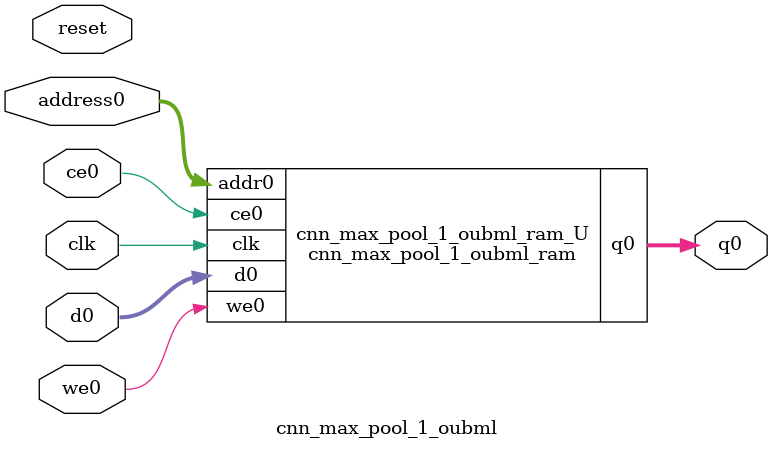
<source format=v>
`timescale 1 ns / 1 ps
module cnn_max_pool_1_oubml_ram (addr0, ce0, d0, we0, q0,  clk);

parameter DWIDTH = 14;
parameter AWIDTH = 10;
parameter MEM_SIZE = 1014;

input[AWIDTH-1:0] addr0;
input ce0;
input[DWIDTH-1:0] d0;
input we0;
output reg[DWIDTH-1:0] q0;
input clk;

(* ram_style = "block" *)reg [DWIDTH-1:0] ram[0:MEM_SIZE-1];




always @(posedge clk)  
begin 
    if (ce0) 
    begin
        if (we0) 
        begin 
            ram[addr0] <= d0; 
        end 
        q0 <= ram[addr0];
    end
end


endmodule

`timescale 1 ns / 1 ps
module cnn_max_pool_1_oubml(
    reset,
    clk,
    address0,
    ce0,
    we0,
    d0,
    q0);

parameter DataWidth = 32'd14;
parameter AddressRange = 32'd1014;
parameter AddressWidth = 32'd10;
input reset;
input clk;
input[AddressWidth - 1:0] address0;
input ce0;
input we0;
input[DataWidth - 1:0] d0;
output[DataWidth - 1:0] q0;



cnn_max_pool_1_oubml_ram cnn_max_pool_1_oubml_ram_U(
    .clk( clk ),
    .addr0( address0 ),
    .ce0( ce0 ),
    .we0( we0 ),
    .d0( d0 ),
    .q0( q0 ));

endmodule


</source>
